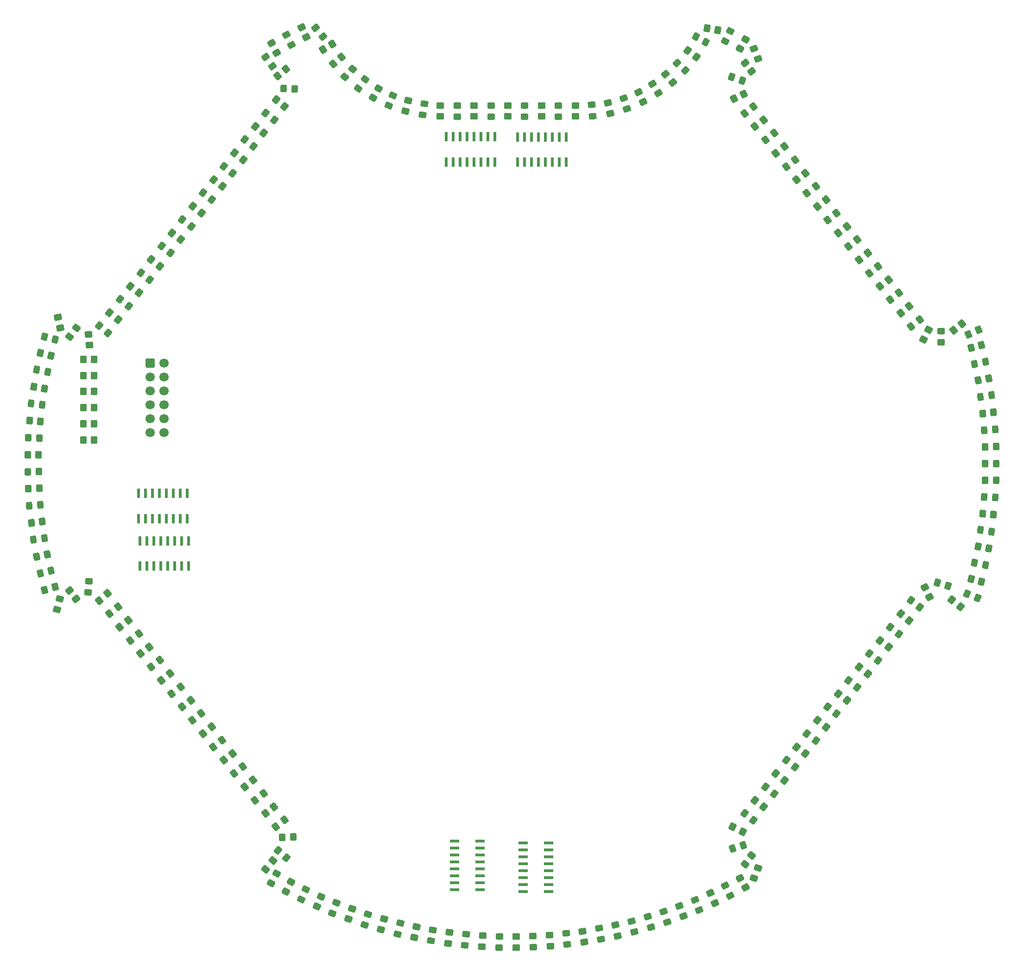
<source format=gbr>
%TF.GenerationSoftware,KiCad,Pcbnew,8.0.0-dirty*%
%TF.CreationDate,2024-04-13T23:16:22-04:00*%
%TF.ProjectId,RCJ_Open_LinePCB,52434a5f-4f70-4656-9e5f-4c696e655043,rev?*%
%TF.SameCoordinates,Original*%
%TF.FileFunction,Soldermask,Bot*%
%TF.FilePolarity,Negative*%
%FSLAX46Y46*%
G04 Gerber Fmt 4.6, Leading zero omitted, Abs format (unit mm)*
G04 Created by KiCad (PCBNEW 8.0.0-dirty) date 2024-04-13 23:16:22*
%MOMM*%
%LPD*%
G01*
G04 APERTURE LIST*
G04 Aperture macros list*
%AMRoundRect*
0 Rectangle with rounded corners*
0 $1 Rounding radius*
0 $2 $3 $4 $5 $6 $7 $8 $9 X,Y pos of 4 corners*
0 Add a 4 corners polygon primitive as box body*
4,1,4,$2,$3,$4,$5,$6,$7,$8,$9,$2,$3,0*
0 Add four circle primitives for the rounded corners*
1,1,$1+$1,$2,$3*
1,1,$1+$1,$4,$5*
1,1,$1+$1,$6,$7*
1,1,$1+$1,$8,$9*
0 Add four rect primitives between the rounded corners*
20,1,$1+$1,$2,$3,$4,$5,0*
20,1,$1+$1,$4,$5,$6,$7,0*
20,1,$1+$1,$6,$7,$8,$9,0*
20,1,$1+$1,$8,$9,$2,$3,0*%
G04 Aperture macros list end*
%ADD10RoundRect,0.250000X-0.600000X-0.600000X0.600000X-0.600000X0.600000X0.600000X-0.600000X0.600000X0*%
%ADD11C,1.700000*%
%ADD12RoundRect,0.250000X-0.001244X0.570086X-0.552851X0.139123X0.001244X-0.570086X0.552851X-0.139123X0*%
%ADD13RoundRect,0.250000X-0.416310X0.367166X-0.479436X-0.279761X0.416310X-0.367166X0.479436X0.279761X0*%
%ADD14RoundRect,0.250000X-0.363145X0.419822X-0.512706X-0.212738X0.363145X-0.419822X0.512706X0.212738X0*%
%ADD15RoundRect,0.250000X-0.533151X-0.154515X-0.020944X-0.554695X0.533151X0.154515X0.020944X0.554695X0*%
%ADD16RoundRect,0.250000X-0.126115X-0.540574X0.473511X-0.289677X0.126115X0.540574X-0.473511X0.289677X0*%
%ADD17RoundRect,0.250000X0.552851X0.139123X0.001244X0.570086X-0.552851X-0.139123X-0.001244X-0.570086X0*%
%ADD18RoundRect,0.250000X0.020944X-0.554695X0.533151X-0.154515X-0.020944X0.554695X-0.533151X0.154515X0*%
%ADD19RoundRect,0.250000X-0.122103X0.556858X-0.569780X0.018727X0.122103X-0.556858X0.569780X-0.018727X0*%
%ADD20RoundRect,0.250000X0.001244X-0.570086X0.552851X-0.139123X-0.001244X0.570086X-0.552851X0.139123X0*%
%ADD21R,0.508000X1.676400*%
%ADD22RoundRect,0.250000X-0.020944X0.554695X-0.533151X0.154515X0.020944X-0.554695X0.533151X-0.154515X0*%
%ADD23RoundRect,0.250000X0.416929X0.388806X-0.274214X0.499807X-0.416929X-0.388806X0.274214X-0.499807X0*%
%ADD24RoundRect,0.250000X-0.241467X0.516424X-0.559972X-0.106917X0.241467X-0.516424X0.559972X0.106917X0*%
%ADD25RoundRect,0.250000X-0.305434X0.481363X-0.541735X-0.177547X0.305434X-0.481363X0.541735X0.177547X0*%
%ADD26RoundRect,0.250000X-0.450000X0.325000X-0.450000X-0.325000X0.450000X-0.325000X0.450000X0.325000X0*%
%ADD27RoundRect,0.250000X-0.389376X0.395615X-0.497974X-0.245249X0.389376X-0.395615X0.497974X0.245249X0*%
%ADD28RoundRect,0.250000X-0.333902X-0.462071X0.365662X-0.437369X0.333902X0.462071X-0.365662X0.437369X0*%
%ADD29RoundRect,0.250000X-0.517565X0.200627X-0.353176X-0.428242X0.517565X-0.200627X0.353176X0.428242X0*%
%ADD30RoundRect,0.250000X-0.350000X-0.450000X0.350000X-0.450000X0.350000X0.450000X-0.350000X0.450000X0*%
%ADD31RoundRect,0.250000X-0.484185X0.271459X-0.409921X-0.374285X0.484185X-0.271459X0.409921X0.374285X0*%
%ADD32RoundRect,0.250000X-0.441375X0.360816X-0.458360X-0.338977X0.441375X-0.360816X0.458360X0.338977X0*%
%ADD33RoundRect,0.250000X0.057979X0.567132X-0.535410X0.195797X-0.057979X-0.567132X0.535410X-0.195797X0*%
%ADD34RoundRect,0.250000X-0.546229X-0.163199X0.023722X-0.569594X0.546229X0.163199X-0.023722X0.569594X0*%
%ADD35RoundRect,0.250000X-0.315805X-0.474623X0.382283X-0.422918X0.315805X0.474623X-0.382283X0.422918X0*%
%ADD36RoundRect,0.250000X0.431560X0.349115X-0.195728X0.519438X-0.431560X-0.349115X0.195728X-0.519438X0*%
%ADD37RoundRect,0.250000X-0.270722X0.501707X-0.552909X-0.138895X0.270722X-0.501707X0.552909X0.138895X0*%
%ADD38RoundRect,0.250000X0.249943X0.495635X-0.391919X0.393096X-0.249943X-0.495635X0.391919X-0.393096X0*%
%ADD39RoundRect,0.250000X0.549597X-0.077898X0.246742X0.497236X-0.549597X0.077898X-0.246742X-0.497236X0*%
%ADD40RoundRect,0.250000X0.256829X0.508958X-0.430079X0.374209X-0.256829X-0.508958X0.430079X-0.374209X0*%
%ADD41RoundRect,0.250000X0.554333X0.028973X0.146780X0.535332X-0.554333X-0.028973X-0.146780X-0.535332X0*%
%ADD42RoundRect,0.250000X-0.530427X0.163622X-0.322092X-0.452086X0.530427X-0.163622X0.322092X0.452086X0*%
%ADD43RoundRect,0.250000X0.292088X0.489576X-0.402614X0.403611X-0.292088X-0.489576X0.402614X-0.403611X0*%
%ADD44RoundRect,0.250000X0.533151X0.154515X0.020944X0.554695X-0.533151X-0.154515X-0.020944X-0.554695X0*%
%ADD45RoundRect,0.250000X0.405861X0.378684X-0.231877X0.504339X-0.405861X-0.378684X0.231877X-0.504339X0*%
%ADD46RoundRect,0.250000X-0.397277X0.387680X-0.492926X-0.255244X0.397277X-0.387680X0.492926X0.255244X0*%
%ADD47RoundRect,0.250000X-0.452999X0.346110X-0.446968X-0.353864X0.452999X-0.346110X0.446968X0.353864X0*%
%ADD48RoundRect,0.250000X-0.423567X-0.381564X0.265561X-0.504457X0.423567X0.381564X-0.265561X0.504457X0*%
%ADD49RoundRect,0.250000X-0.234661X0.519552X-0.561328X-0.099551X0.234661X-0.519552X0.561328X0.099551X0*%
%ADD50R,1.676400X0.508000*%
%ADD51RoundRect,0.250000X0.511113X0.252515X-0.118933X0.557544X-0.511113X-0.252515X0.118933X-0.557544X0*%
%ADD52RoundRect,0.250000X-0.513287X0.248066X-0.366781X-0.436431X0.513287X-0.248066X0.366781X0.436431X0*%
%ADD53RoundRect,0.250000X-0.349563X-0.431197X0.299428X-0.467406X0.349563X0.431197X-0.299428X0.467406X0*%
%ADD54RoundRect,0.250000X0.423583X-0.358752X0.473734X0.289311X-0.423583X0.358752X-0.473734X-0.289311X0*%
%ADD55RoundRect,0.250000X0.284278X0.476771X-0.363217X0.419760X-0.284278X-0.476771X0.363217X-0.419760X0*%
%ADD56RoundRect,0.250000X-0.554980X-0.011040X-0.164007X-0.530308X0.554980X0.011040X0.164007X0.530308X0*%
%ADD57RoundRect,0.250000X-0.365662X-0.437369X0.333902X-0.462071X0.365662X0.437369X-0.333902X0.462071X0*%
%ADD58RoundRect,0.250000X0.118933X0.557544X-0.511113X0.252515X-0.118933X-0.557544X0.511113X-0.252515X0*%
%ADD59RoundRect,0.250000X0.450449X0.324378X-0.166307X0.529591X-0.450449X-0.324378X0.166307X-0.529591X0*%
%ADD60RoundRect,0.250000X-0.531495X0.206187X-0.330672X-0.464388X0.531495X-0.206187X0.330672X0.464388X0*%
%ADD61RoundRect,0.250000X-0.481302X0.305529X-0.414603X-0.391286X0.481302X-0.305529X0.414603X0.391286X0*%
%ADD62RoundRect,0.250000X-0.515629X0.243161X-0.362603X-0.439908X0.515629X-0.243161X0.362603X0.439908X0*%
%ADD63RoundRect,0.250000X-0.538910X-0.133045X-0.043136X-0.553412X0.538910X0.133045X0.043136X0.553412X0*%
%ADD64RoundRect,0.250000X-0.082352X0.564108X-0.567022X0.059039X0.082352X-0.564108X0.567022X-0.059039X0*%
%ADD65RoundRect,0.250000X-0.476282X0.313297X-0.420896X-0.384508X0.476282X-0.313297X0.420896X0.384508X0*%
%ADD66RoundRect,0.250000X0.570086X0.001244X0.139123X0.552851X-0.570086X-0.001244X-0.139123X-0.552851X0*%
%ADD67RoundRect,0.250000X0.166307X0.529591X-0.450449X0.324378X-0.166307X-0.529591X0.450449X-0.324378X0*%
%ADD68RoundRect,0.250000X-0.263728X0.488439X-0.546587X-0.096789X0.263728X-0.488439X0.546587X0.096789X0*%
%ADD69RoundRect,0.250000X0.317198X0.455533X-0.332706X0.444333X-0.317198X-0.455533X0.332706X-0.444333X0*%
%ADD70RoundRect,0.250000X-0.538222X-0.135802X-0.040302X-0.553625X0.538222X0.135802X0.040302X0.553625X0*%
%ADD71RoundRect,0.250000X0.559972X-0.106917X0.241467X0.516424X-0.559972X0.106917X-0.241467X-0.516424X0*%
%ADD72RoundRect,0.250000X-0.552851X-0.139123X-0.001244X-0.570086X0.552851X0.139123X0.001244X0.570086X0*%
%ADD73RoundRect,0.250000X-0.154515X0.533151X-0.554695X0.020944X0.154515X-0.533151X0.554695X-0.020944X0*%
%ADD74RoundRect,0.250000X-0.139123X0.552851X-0.570086X0.001244X0.139123X-0.552851X0.570086X-0.001244X0*%
%ADD75RoundRect,0.250000X-0.554544X0.024622X-0.197723X-0.518682X0.554544X-0.024622X0.197723X0.518682X0*%
%ADD76RoundRect,0.250000X-0.558341X0.115130X-0.249025X-0.512822X0.558341X-0.115130X0.249025X0.512822X0*%
%ADD77RoundRect,0.250000X0.564425X-0.080151X0.216620X0.527329X-0.564425X0.080151X-0.216620X-0.527329X0*%
%ADD78RoundRect,0.250000X-0.473511X-0.289677X0.126115X-0.540574X0.473511X0.289677X-0.126115X0.540574X0*%
%ADD79RoundRect,0.250000X-0.427459X0.377199X-0.470813X-0.321457X0.427459X-0.377199X0.470813X0.321457X0*%
%ADD80RoundRect,0.250000X0.001244X-0.570086X0.552851X-0.139123X-0.001244X0.570086X-0.552851X0.139123X0*%
%ADD81RoundRect,0.250000X-0.229319X-0.521932X0.449424X-0.350739X0.229319X0.521932X-0.449424X0.350739X0*%
%ADD82RoundRect,0.250000X0.507141X-0.260399X0.377222X0.427439X-0.507141X0.260399X-0.377222X-0.427439X0*%
%ADD83RoundRect,0.250000X0.557366X-0.119761X0.253274X0.510737X-0.557366X0.119761X-0.253274X-0.510737X0*%
%ADD84RoundRect,0.250000X-0.300480X-0.484471X0.395599X-0.410489X0.300480X0.484471X-0.395599X0.410489X0*%
%ADD85RoundRect,0.250000X0.034427X-0.569047X0.560013X-0.106705X-0.034427X0.569047X-0.560013X0.106705X0*%
%ADD86RoundRect,0.250000X-0.370129X0.433595X-0.511362X-0.252009X0.370129X-0.433595X0.511362X0.252009X0*%
%ADD87RoundRect,0.250000X-0.441170X0.336889X-0.458510X-0.312880X0.441170X-0.336889X0.458510X0.312880X0*%
%ADD88RoundRect,0.250000X0.348538X0.432026X-0.300537X0.466693X-0.348538X-0.432026X0.300537X-0.466693X0*%
%ADD89RoundRect,0.250000X-0.531719X0.159374X-0.318465X-0.454648X0.531719X-0.159374X0.318465X0.454648X0*%
%ADD90RoundRect,0.250000X-0.355930X-0.425956X0.292451X-0.471802X0.355930X0.425956X-0.292451X0.471802X0*%
%ADD91RoundRect,0.250000X-0.292451X-0.471802X0.355930X-0.425956X0.292451X0.471802X-0.355930X0.425956X0*%
%ADD92RoundRect,0.250000X-0.497194X0.278924X-0.392727X-0.413237X0.497194X-0.278924X0.392727X0.413237X0*%
%ADD93RoundRect,0.250000X-0.329834X0.446469X-0.527529X-0.172737X0.329834X-0.446469X0.527529X0.172737X0*%
%ADD94RoundRect,0.250000X-0.217691X0.526888X-0.564261X-0.081298X0.217691X-0.526888X0.564261X0.081298X0*%
%ADD95RoundRect,0.250000X-0.476660X0.284464X-0.419902X-0.363053X0.476660X-0.284464X0.419902X0.363053X0*%
%ADD96RoundRect,0.250000X-0.228621X0.505824X-0.552052X-0.057996X0.228621X-0.505824X0.552052X0.057996X0*%
%ADD97RoundRect,0.250000X-0.548173X0.087356X-0.255273X-0.492910X0.548173X-0.087356X0.255273X0.492910X0*%
%ADD98RoundRect,0.250000X-0.338625X0.458621X-0.527863X-0.215314X0.338625X-0.458621X0.527863X0.215314X0*%
%ADD99RoundRect,0.250000X-0.502126X0.236632X-0.382501X-0.402266X0.502126X-0.236632X0.382501X0.402266X0*%
%ADD100RoundRect,0.250000X0.378141X0.406367X-0.266872X0.486728X-0.378141X-0.406367X0.266872X-0.486728X0*%
%ADD101RoundRect,0.250000X0.255273X-0.492910X0.548173X0.087356X-0.255273X0.492910X-0.548173X-0.087356X0*%
%ADD102RoundRect,0.250000X-0.463833X0.304933X-0.435300X-0.344440X0.463833X-0.304933X0.435300X0.344440X0*%
%ADD103RoundRect,0.250000X-0.449424X-0.350739X0.229319X-0.521932X0.449424X0.350739X-0.229319X0.521932X0*%
%ADD104RoundRect,0.250000X0.358071X0.443605X-0.341815X0.456249X-0.358071X-0.443605X0.341815X-0.456249X0*%
%ADD105RoundRect,0.250000X0.220292X0.525806X-0.455401X0.342943X-0.220292X-0.525806X0.455401X-0.342943X0*%
%ADD106RoundRect,0.250000X-0.450000X0.350000X-0.450000X-0.350000X0.450000X-0.350000X0.450000X0.350000X0*%
%ADD107RoundRect,0.250000X-0.543751X-0.111623X-0.064994X-0.551272X0.543751X0.111623X0.064994X0.551272X0*%
%ADD108RoundRect,0.250000X0.552851X0.139124X0.001244X0.570086X-0.552851X-0.139124X-0.001244X-0.570086X0*%
%ADD109RoundRect,0.250000X0.031514X-0.569216X0.559459X-0.109570X-0.031514X0.569216X-0.559459X0.109570X0*%
%ADD110RoundRect,0.250000X-0.223153X-0.508260X0.412326X-0.371634X0.223153X0.508260X-0.412326X0.371634X0*%
%ADD111RoundRect,0.250000X0.214362X0.512029X-0.418669X0.364474X-0.214362X-0.512029X0.418669X-0.364474X0*%
%ADD112RoundRect,0.250000X-0.499996X-0.241101X0.071675X-0.550443X0.499996X0.241101X-0.071675X0.550443X0*%
%ADD113RoundRect,0.250000X0.443314X0.358431X-0.238278X0.517903X-0.443314X-0.358431X0.238278X-0.517903X0*%
%ADD114RoundRect,0.250000X0.443370X0.333988X-0.177656X0.525893X-0.443370X-0.333988X0.177656X-0.525893X0*%
%ADD115RoundRect,0.250000X0.388468X0.417244X-0.308783X0.479221X-0.388468X-0.417244X0.308783X-0.479221X0*%
%ADD116RoundRect,0.250000X-0.031679X0.554185X-0.536043X0.144165X0.031679X-0.554185X0.536043X-0.144165X0*%
%ADD117RoundRect,0.250000X-0.265561X-0.504457X0.423567X-0.381564X0.265561X0.504457X-0.423567X0.381564X0*%
%ADD118RoundRect,0.250000X-0.399790X0.406409X-0.492314X-0.287449X0.399790X-0.406409X0.492314X0.287449X0*%
%ADD119RoundRect,0.250000X-0.562960X0.089864X-0.225674X-0.523518X0.562960X-0.089864X0.225674X0.523518X0*%
%ADD120RoundRect,0.250000X-0.166129X0.529647X-0.555020X0.008817X0.166129X-0.529647X0.555020X-0.008817X0*%
%ADD121RoundRect,0.250000X-0.544714X0.168186X-0.297094X-0.486554X0.544714X-0.168186X0.297094X0.486554X0*%
%ADD122RoundRect,0.250000X0.325891X0.467755X-0.373144X0.431003X-0.325891X-0.467755X0.373144X-0.431003X0*%
%ADD123RoundRect,0.250000X-0.569549X-0.024786X-0.116173X-0.558125X0.569549X0.024786X0.116173X0.558125X0*%
%ADD124RoundRect,0.250000X-0.258446X-0.491254X0.385087X-0.399791X0.258446X0.491254X-0.385087X0.399791X0*%
%ADD125RoundRect,0.250000X-0.540647X0.125802X-0.289403X-0.473678X0.540647X-0.125802X0.289403X0.473678X0*%
%ADD126RoundRect,0.250000X-0.339834X0.457726X-0.527294X-0.216706X0.339834X-0.457726X0.527294X0.216706X0*%
%ADD127RoundRect,0.250000X-0.555220X0.129347X-0.262037X-0.506297X0.555220X-0.129347X0.262037X0.506297X0*%
%ADD128RoundRect,0.250000X-0.385087X-0.399791X0.258446X-0.491254X0.385087X0.399791X-0.258446X0.491254X0*%
%ADD129RoundRect,0.250000X-0.360503X0.422093X-0.514032X-0.209515X0.360503X-0.422093X0.514032X0.209515X0*%
%ADD130RoundRect,0.250000X-0.395599X-0.410489X0.300480X-0.484471X0.395599X0.410489X-0.300480X0.484471X0*%
%ADD131RoundRect,0.250000X0.225674X-0.523518X0.562960X0.089864X-0.225674X0.523518X-0.562960X-0.089864X0*%
%ADD132RoundRect,0.250000X0.417469X0.388226X-0.273519X0.500187X-0.417469X-0.388226X0.273519X-0.500187X0*%
%ADD133RoundRect,0.250000X0.535613X-0.145754X0.306760X0.462626X-0.535613X0.145754X-0.306760X-0.462626X0*%
%ADD134RoundRect,0.250000X-0.412326X-0.371634X0.223153X-0.508260X0.412326X0.371634X-0.223153X0.508260X0*%
%ADD135RoundRect,0.250000X0.306760X-0.462626X0.535613X0.145754X-0.306760X0.462626X-0.535613X-0.145754X0*%
%ADD136RoundRect,0.250000X-0.297522X0.468621X-0.538399X-0.135099X0.297522X-0.468621X0.538399X0.135099X0*%
%ADD137RoundRect,0.250000X-0.325000X-0.450000X0.325000X-0.450000X0.325000X0.450000X-0.325000X0.450000X0*%
%ADD138RoundRect,0.250000X-0.290509X0.473001X-0.540351X-0.127065X0.290509X-0.473001X0.540351X0.127065X0*%
G04 APERTURE END LIST*
D10*
%TO.C,J1*%
X36565000Y-76360000D03*
D11*
X39105000Y-76360000D03*
X36565000Y-78900000D03*
X39105000Y-78900000D03*
X36565000Y-81440000D03*
X39105000Y-81440000D03*
X36565000Y-83980000D03*
X39105000Y-83980000D03*
X36565000Y-86520000D03*
X39105000Y-86520000D03*
X36565000Y-89060000D03*
X39105000Y-89060000D03*
%TD*%
D12*
%TO.C,R66*%
X175277236Y-65956997D03*
X173701214Y-67188319D03*
%TD*%
%TO.C,R67*%
X167671743Y-56222411D03*
X166095721Y-57453733D03*
%TD*%
D13*
%TO.C,D51*%
X94277289Y-180746232D03*
X94078199Y-182786542D03*
%TD*%
D14*
%TO.C,D26*%
X20032330Y-119406018D03*
X19560638Y-121401014D03*
%TD*%
D15*
%TO.C,D66*%
X53843566Y-35492344D03*
X55458988Y-36754450D03*
%TD*%
D16*
%TO.C,D36*%
X186040000Y-71080000D03*
X187931126Y-70288710D03*
%TD*%
D17*
%TO.C,R43*%
X171474490Y-128270296D03*
X169898468Y-127038974D03*
%TD*%
%TO.C,R63*%
X167671743Y-133137589D03*
X166095721Y-131906267D03*
%TD*%
D12*
%TO.C,R58*%
X156263505Y-41620531D03*
X154687483Y-42851853D03*
%TD*%
D18*
%TO.C,D1*%
X32883650Y-127040186D03*
X34499072Y-125778080D03*
%TD*%
D19*
%TO.C,R15*%
X58960245Y-167313314D03*
X57681167Y-168850832D03*
%TD*%
D20*
%TO.C,R13*%
X50015707Y-148927613D03*
X51591729Y-147696291D03*
%TD*%
D21*
%TO.C,U4*%
X103690000Y-34997200D03*
X104960000Y-34997200D03*
X106230000Y-34997200D03*
X107500000Y-34997200D03*
X108770000Y-34997200D03*
X110040000Y-34997200D03*
X111310000Y-34997200D03*
X112580000Y-34997200D03*
X112580000Y-39620000D03*
X111310000Y-39620000D03*
X110040000Y-39620000D03*
X108770000Y-39620000D03*
X107500000Y-39620000D03*
X106230000Y-39620000D03*
X104960000Y-39620000D03*
X103690000Y-39620000D03*
%TD*%
D22*
%TO.C,D41*%
X169592816Y-58640666D03*
X167977394Y-59902772D03*
%TD*%
D23*
%TO.C,R6*%
X17269925Y-80963458D03*
X15295231Y-80646312D03*
%TD*%
D22*
%TO.C,D43*%
X146776339Y-29436906D03*
X145160917Y-30699012D03*
%TD*%
D24*
%TO.C,R56*%
X178780000Y-70270000D03*
X177869984Y-72050974D03*
%TD*%
D25*
%TO.C,R23*%
X73475390Y-176102390D03*
X72800244Y-177984988D03*
%TD*%
D26*
%TO.C,D77*%
X181070000Y-70475000D03*
X181070000Y-72525000D03*
%TD*%
D27*
%TO.C,D15*%
X88227776Y-179939544D03*
X87885274Y-181960730D03*
%TD*%
D28*
%TO.C,R47*%
X189121593Y-91627587D03*
X191120347Y-91557011D03*
%TD*%
D29*
%TO.C,D17*%
X124545553Y-178343761D03*
X125064011Y-180327117D03*
%TD*%
D30*
%TO.C,R97*%
X24350000Y-75650000D03*
X26350000Y-75650000D03*
%TD*%
D31*
%TO.C,D12*%
X112555394Y-180588746D03*
X112789610Y-182625322D03*
%TD*%
D30*
%TO.C,R98*%
X24350000Y-78600000D03*
X26350000Y-78600000D03*
%TD*%
D32*
%TO.C,R76*%
X89592536Y-29250948D03*
X89544004Y-31250360D03*
%TD*%
D33*
%TO.C,R78*%
X69811258Y-17978737D03*
X68115862Y-19039695D03*
%TD*%
D34*
%TO.C,R72*%
X134735302Y-19181928D03*
X136363732Y-20343056D03*
%TD*%
D35*
%TO.C,R21*%
X60702732Y-163073865D03*
X62697268Y-162926135D03*
%TD*%
D36*
%TO.C,D22*%
X19222059Y-72020468D03*
X17243689Y-71483294D03*
%TD*%
D15*
%TO.C,D82*%
X38632582Y-54961517D03*
X40248004Y-56223623D03*
%TD*%
D37*
%TO.C,R16*%
X67805224Y-173840067D03*
X66998976Y-175670357D03*
%TD*%
D38*
%TO.C,D25*%
X17283231Y-108321548D03*
X15258899Y-108644938D03*
%TD*%
D20*
%TO.C,R19*%
X46212961Y-144060320D03*
X47788983Y-142828998D03*
%TD*%
D39*
%TO.C,D67*%
X62384048Y-18165117D03*
X61428888Y-16351235D03*
%TD*%
D40*
%TO.C,R90*%
X17793265Y-111331187D03*
X15830671Y-111716185D03*
%TD*%
D41*
%TO.C,D95*%
X68097569Y-16615982D03*
X66812207Y-15019002D03*
%TD*%
D18*
%TO.C,D30*%
X51897381Y-151376652D03*
X53512803Y-150114546D03*
%TD*%
D42*
%TO.C,D54*%
X130392062Y-176592855D03*
X131049122Y-178534703D03*
%TD*%
D43*
%TO.C,R8*%
X16830221Y-105302800D03*
X14845359Y-105548414D03*
%TD*%
D15*
%TO.C,D83*%
X46238074Y-45226930D03*
X47853496Y-46489036D03*
%TD*%
D21*
%TO.C,U1*%
X34715000Y-108838600D03*
X35985000Y-108838600D03*
X37255000Y-108838600D03*
X38525000Y-108838600D03*
X39795000Y-108838600D03*
X41065000Y-108838600D03*
X42335000Y-108838600D03*
X43605000Y-108838600D03*
X43605000Y-113461400D03*
X42335000Y-113461400D03*
X41065000Y-113461400D03*
X39795000Y-113461400D03*
X38525000Y-113461400D03*
X37255000Y-113461400D03*
X35985000Y-113461400D03*
X34715000Y-113461400D03*
%TD*%
D44*
%TO.C,D58*%
X158184578Y-145321214D03*
X156569156Y-144059108D03*
%TD*%
D45*
%TO.C,D78*%
X17831675Y-77963041D03*
X15820345Y-77566745D03*
%TD*%
D46*
%TO.C,D93*%
X86644119Y-28971777D03*
X86342457Y-30999461D03*
%TD*%
D12*
%TO.C,R69*%
X152460759Y-36753238D03*
X150884737Y-37984560D03*
%TD*%
D47*
%TO.C,R35*%
X103420729Y-181176789D03*
X103437961Y-183176715D03*
%TD*%
D22*
%TO.C,D86*%
X150579085Y-34304200D03*
X148963663Y-35566306D03*
%TD*%
D48*
%TO.C,R61*%
X187831980Y-109866119D03*
X189800916Y-110217243D03*
%TD*%
D20*
%TO.C,R14*%
X57621200Y-158662199D03*
X59197222Y-157430877D03*
%TD*%
D49*
%TO.C,R22*%
X62308745Y-171183450D03*
X61375411Y-172952316D03*
%TD*%
D50*
%TO.C,U3*%
X104710000Y-172920000D03*
X104710000Y-171650000D03*
X104710000Y-170380000D03*
X104710000Y-169110000D03*
X104710000Y-167840000D03*
X104710000Y-166570000D03*
X104710000Y-165300000D03*
X104710000Y-164030000D03*
X109332800Y-164030000D03*
X109332800Y-165300000D03*
X109332800Y-166570000D03*
X109332800Y-167840000D03*
X109332800Y-169110000D03*
X109332800Y-170380000D03*
X109332800Y-171650000D03*
X109332800Y-172920000D03*
%TD*%
D51*
%TO.C,R25*%
X144820065Y-161995755D03*
X143019935Y-161124245D03*
%TD*%
D20*
%TO.C,R20*%
X53818454Y-153794906D03*
X55394476Y-152563584D03*
%TD*%
D52*
%TO.C,R87*%
X120203326Y-28725980D03*
X120621914Y-30681686D03*
%TD*%
D53*
%TO.C,D65*%
X60909363Y-26145672D03*
X62956179Y-26259870D03*
%TD*%
D54*
%TO.C,D8*%
X25220000Y-118240000D03*
X25378170Y-116196112D03*
%TD*%
D55*
%TO.C,D70*%
X16533733Y-102264684D03*
X14491633Y-102444488D03*
%TD*%
D56*
%TO.C,D96*%
X57658995Y-20402017D03*
X58892065Y-22039711D03*
%TD*%
D57*
%TO.C,R55*%
X189121593Y-97732413D03*
X191120347Y-97802989D03*
%TD*%
D58*
%TO.C,R70*%
X145042040Y-27148263D03*
X143241910Y-28019773D03*
%TD*%
D59*
%TO.C,D87*%
X144782576Y-24663606D03*
X142837424Y-24016394D03*
%TD*%
D60*
%TO.C,R37*%
X127491432Y-177543851D03*
X128065212Y-179459779D03*
%TD*%
D61*
%TO.C,R94*%
X25314714Y-71074550D03*
X25505286Y-73065450D03*
%TD*%
D62*
%TO.C,R32*%
X121585070Y-179087801D03*
X122022286Y-181039427D03*
%TD*%
D63*
%TO.C,D21*%
X27247755Y-69529556D03*
X28811351Y-70855326D03*
%TD*%
D64*
%TO.C,R85*%
X73542322Y-22568293D03*
X72157550Y-24011347D03*
%TD*%
D15*
%TO.C,D79*%
X31027089Y-64696103D03*
X32642511Y-65958209D03*
%TD*%
D12*
%TO.C,R59*%
X148658012Y-31885945D03*
X147081990Y-33117267D03*
%TD*%
D65*
%TO.C,R28*%
X109519670Y-180908805D03*
X109677918Y-182902535D03*
%TD*%
D66*
%TO.C,R24*%
X23031983Y-119468271D03*
X21800661Y-117892249D03*
%TD*%
D67*
%TO.C,D56*%
X144919394Y-164458250D03*
X142974242Y-165105462D03*
%TD*%
D68*
%TO.C,D6*%
X65044420Y-172537754D03*
X64152328Y-174383472D03*
%TD*%
D69*
%TO.C,D24*%
X16213304Y-96170040D03*
X14163608Y-96205364D03*
%TD*%
D18*
%TO.C,D31*%
X59502873Y-161111238D03*
X61118295Y-159849132D03*
%TD*%
D70*
%TO.C,D5*%
X59887638Y-165431343D03*
X61458000Y-166749091D03*
%TD*%
D44*
%TO.C,D9*%
X146776339Y-159923094D03*
X145160917Y-158660988D03*
%TD*%
D17*
%TO.C,R60*%
X175277236Y-123403003D03*
X173701214Y-122171681D03*
%TD*%
D15*
%TO.C,D18*%
X50040820Y-40359637D03*
X51656242Y-41621743D03*
%TD*%
D71*
%TO.C,R44*%
X179007271Y-119082970D03*
X178097255Y-117301996D03*
%TD*%
D17*
%TO.C,R42*%
X163868997Y-138004882D03*
X162292975Y-136773560D03*
%TD*%
D72*
%TO.C,R82*%
X55764640Y-33074089D03*
X57340662Y-34305411D03*
%TD*%
D26*
%TO.C,D68*%
X92656552Y-29233022D03*
X92656552Y-31283022D03*
%TD*%
D73*
%TO.C,D81*%
X23104733Y-69916842D03*
X21842627Y-71532264D03*
%TD*%
D74*
%TO.C,R39*%
X146480657Y-166340404D03*
X145249335Y-167916426D03*
%TD*%
D18*
%TO.C,D2*%
X40489142Y-136774772D03*
X42104564Y-135512666D03*
%TD*%
D20*
%TO.C,R11*%
X34804723Y-129458440D03*
X36380745Y-128227118D03*
%TD*%
D75*
%TO.C,D35*%
X128349271Y-25293796D03*
X129474631Y-27007292D03*
%TD*%
D76*
%TO.C,R73*%
X125790736Y-26785435D03*
X126674496Y-28579583D03*
%TD*%
D17*
%TO.C,R40*%
X148658012Y-157474055D03*
X147081990Y-156242733D03*
%TD*%
D44*
%TO.C,D59*%
X165790070Y-135586628D03*
X164174648Y-134324522D03*
%TD*%
%TO.C,D44*%
X177198309Y-120984748D03*
X175582887Y-119722642D03*
%TD*%
D77*
%TO.C,R79*%
X59696663Y-19612880D03*
X58702933Y-17877224D03*
%TD*%
D44*
%TO.C,D47*%
X169592816Y-130719334D03*
X167977394Y-129457228D03*
%TD*%
D78*
%TO.C,D48*%
X185848480Y-118488398D03*
X187739606Y-119279688D03*
%TD*%
D79*
%TO.C,R31*%
X97318076Y-181013935D03*
X97194206Y-183010095D03*
%TD*%
D15*
%TO.C,D19*%
X42435328Y-50094224D03*
X44050750Y-51356330D03*
%TD*%
D80*
%TO.C,R65*%
X183334743Y-70367121D03*
X184910765Y-69135799D03*
%TD*%
D81*
%TO.C,R52*%
X186548790Y-73525437D03*
X188488058Y-73036315D03*
%TD*%
D44*
%TO.C,D60*%
X173395563Y-125852041D03*
X171780141Y-124589935D03*
%TD*%
D82*
%TO.C,R5*%
X20095600Y-69932625D03*
X19724400Y-67967375D03*
%TD*%
D83*
%TO.C,R83*%
X65098340Y-16768451D03*
X64229504Y-14967027D03*
%TD*%
D84*
%TO.C,R50*%
X188691007Y-85537966D03*
X190679805Y-85326590D03*
%TD*%
D85*
%TO.C,R10*%
X27231141Y-119772962D03*
X28732813Y-118451984D03*
%TD*%
D86*
%TO.C,R30*%
X85223091Y-179401098D03*
X84819567Y-181359968D03*
%TD*%
D87*
%TO.C,D16*%
X100368633Y-181124226D03*
X100313947Y-183173496D03*
%TD*%
D88*
%TO.C,D76*%
X16323541Y-90067975D03*
X14276459Y-89958641D03*
%TD*%
D89*
%TO.C,D90*%
X123048780Y-27904711D03*
X123721350Y-29841241D03*
%TD*%
D90*
%TO.C,D63*%
X188935101Y-100779260D03*
X190979995Y-100923850D03*
%TD*%
D91*
%TO.C,D64*%
X188935101Y-88580740D03*
X190979995Y-88436150D03*
%TD*%
D26*
%TO.C,D72*%
X105009919Y-29233022D03*
X105009919Y-31283022D03*
%TD*%
D92*
%TO.C,R36*%
X115584519Y-180211318D03*
X115882995Y-182188920D03*
%TD*%
D93*
%TO.C,D7*%
X76374414Y-177058276D03*
X75750914Y-179011158D03*
%TD*%
D12*
%TO.C,R68*%
X160066251Y-46487825D03*
X158490229Y-47719147D03*
%TD*%
D94*
%TO.C,R77*%
X78281714Y-26107081D03*
X77291514Y-27844753D03*
%TD*%
D95*
%TO.C,D71*%
X117270996Y-29141355D03*
X117450004Y-31183525D03*
%TD*%
D96*
%TO.C,D32*%
X59646671Y-169689656D03*
X58626619Y-171467856D03*
%TD*%
D97*
%TO.C,D55*%
X141642484Y-171877780D03*
X142566246Y-173707852D03*
%TD*%
D72*
%TO.C,R95*%
X40553655Y-52543262D03*
X42129677Y-53774584D03*
%TD*%
D98*
%TO.C,R33*%
X79291002Y-177959150D03*
X78750320Y-179884680D03*
%TD*%
D30*
%TO.C,R99*%
X24350000Y-81550000D03*
X26350000Y-81550000D03*
%TD*%
D22*
%TO.C,D84*%
X165790070Y-53773372D03*
X164174648Y-55035478D03*
%TD*%
D30*
%TO.C,R101*%
X24350000Y-87450000D03*
X26350000Y-87450000D03*
%TD*%
D22*
%TO.C,D37*%
X161987324Y-48906079D03*
X160371902Y-50168185D03*
%TD*%
D99*
%TO.C,D53*%
X118590109Y-179677940D03*
X118967385Y-181692924D03*
%TD*%
D100*
%TO.C,D23*%
X16863895Y-83988882D03*
X14829623Y-83735436D03*
%TD*%
D15*
%TO.C,D14*%
X57646313Y-30625051D03*
X59261735Y-31887157D03*
%TD*%
D44*
%TO.C,D10*%
X154381832Y-150188507D03*
X152766410Y-148926401D03*
%TD*%
D72*
%TO.C,R1*%
X51961893Y-37941383D03*
X53537915Y-39172705D03*
%TD*%
D22*
%TO.C,D80*%
X173395563Y-63507959D03*
X171780141Y-64770065D03*
%TD*%
D72*
%TO.C,R4*%
X29145416Y-67145142D03*
X30721438Y-68376464D03*
%TD*%
D101*
%TO.C,D88*%
X141642484Y-17482220D03*
X142566246Y-15652148D03*
%TD*%
D102*
%TO.C,D52*%
X106471468Y-181071643D03*
X106561456Y-183119667D03*
%TD*%
D103*
%TO.C,R45*%
X186548790Y-115834563D03*
X188488058Y-116323685D03*
%TD*%
D72*
%TO.C,R96*%
X48159147Y-42808676D03*
X49735169Y-44039998D03*
%TD*%
D104*
%TO.C,R7*%
X16189578Y-93117584D03*
X14189904Y-93081458D03*
%TD*%
D17*
%TO.C,R62*%
X160066251Y-142872175D03*
X158490229Y-141640853D03*
%TD*%
%TO.C,R41*%
X156263505Y-147739469D03*
X154687483Y-146508147D03*
%TD*%
D105*
%TO.C,R9*%
X19179106Y-117276633D03*
X17248554Y-117799099D03*
%TD*%
D106*
%TO.C,R74*%
X114274945Y-29258022D03*
X114274945Y-31258022D03*
%TD*%
D107*
%TO.C,D89*%
X132851144Y-21466889D03*
X134361072Y-22853475D03*
%TD*%
D21*
%TO.C,U6*%
X34400000Y-100170000D03*
X35670000Y-100170000D03*
X36940000Y-100170000D03*
X38210000Y-100170000D03*
X39480000Y-100170000D03*
X40750000Y-100170000D03*
X42020000Y-100170000D03*
X43290000Y-100170000D03*
X43290000Y-104792800D03*
X42020000Y-104792800D03*
X40750000Y-104792800D03*
X39480000Y-104792800D03*
X38210000Y-104792800D03*
X36940000Y-104792800D03*
X35670000Y-104792800D03*
X34400000Y-104792800D03*
%TD*%
D108*
%TO.C,R64*%
X184646022Y-120881322D03*
X183070000Y-119650000D03*
%TD*%
D109*
%TO.C,R81*%
X59871319Y-23871089D03*
X61379733Y-22557817D03*
%TD*%
D22*
%TO.C,D40*%
X177198309Y-68375252D03*
X175582887Y-69637358D03*
%TD*%
D110*
%TO.C,D75*%
X187218614Y-76503590D03*
X189222816Y-76072696D03*
%TD*%
D111*
%TO.C,D74*%
X18458065Y-114310463D03*
X16461585Y-114775831D03*
%TD*%
D112*
%TO.C,D33*%
X136281490Y-16655983D03*
X138084450Y-17631603D03*
%TD*%
D72*
%TO.C,R2*%
X44356401Y-47675969D03*
X45932423Y-48907291D03*
%TD*%
D17*
%TO.C,R26*%
X152460759Y-152606762D03*
X150884737Y-151375440D03*
%TD*%
D20*
%TO.C,R12*%
X42410215Y-139193027D03*
X43986237Y-137961705D03*
%TD*%
D18*
%TO.C,D3*%
X48094634Y-146509358D03*
X49710056Y-145247252D03*
%TD*%
D21*
%TO.C,U5*%
X90660000Y-34970000D03*
X91930000Y-34970000D03*
X93200000Y-34970000D03*
X94470000Y-34970000D03*
X95740000Y-34970000D03*
X97010000Y-34970000D03*
X98280000Y-34970000D03*
X99550000Y-34970000D03*
X99550000Y-39592800D03*
X98280000Y-39592800D03*
X97010000Y-39592800D03*
X95740000Y-39592800D03*
X94470000Y-39592800D03*
X93200000Y-39592800D03*
X91930000Y-39592800D03*
X90660000Y-39592800D03*
%TD*%
D113*
%TO.C,R92*%
X18450082Y-74973789D03*
X16502674Y-74518155D03*
%TD*%
D114*
%TO.C,D61*%
X182395556Y-117078866D03*
X180436938Y-116473628D03*
%TD*%
D115*
%TO.C,R91*%
X16515170Y-87021447D03*
X14523024Y-86844371D03*
%TD*%
D18*
%TO.C,D4*%
X55700127Y-156243945D03*
X57315549Y-154981839D03*
%TD*%
D116*
%TO.C,D69*%
X71554397Y-20373014D03*
X69963711Y-21666156D03*
%TD*%
D117*
%TO.C,R48*%
X187831980Y-79493881D03*
X189800916Y-79142757D03*
%TD*%
D118*
%TO.C,R34*%
X91242109Y-180421054D03*
X90977753Y-182403506D03*
%TD*%
D20*
%TO.C,R17*%
X31001976Y-124591147D03*
X32577998Y-123359825D03*
%TD*%
D18*
%TO.C,D29*%
X44291888Y-141642065D03*
X45907310Y-140379959D03*
%TD*%
D44*
%TO.C,D57*%
X150579085Y-155055800D03*
X148963663Y-153793694D03*
%TD*%
D18*
%TO.C,D27*%
X29080903Y-122172892D03*
X30696325Y-120910786D03*
%TD*%
D106*
%TO.C,R84*%
X95744894Y-29258022D03*
X95744894Y-31258022D03*
%TD*%
D50*
%TO.C,U2*%
X92183700Y-172625000D03*
X92183700Y-171355000D03*
X92183700Y-170085000D03*
X92183700Y-168815000D03*
X92183700Y-167545000D03*
X92183700Y-166275000D03*
X92183700Y-165005000D03*
X92183700Y-163735000D03*
X96806500Y-163735000D03*
X96806500Y-165005000D03*
X96806500Y-166275000D03*
X96806500Y-167545000D03*
X96806500Y-168815000D03*
X96806500Y-170085000D03*
X96806500Y-171355000D03*
X96806500Y-172625000D03*
%TD*%
D18*
%TO.C,D28*%
X36686396Y-131907479D03*
X38301818Y-130645373D03*
%TD*%
D66*
%TO.C,R54*%
X146480657Y-23019596D03*
X145249335Y-21443574D03*
%TD*%
D30*
%TO.C,R100*%
X24350000Y-84500000D03*
X26350000Y-84500000D03*
%TD*%
D119*
%TO.C,R27*%
X144354415Y-170476537D03*
X145318091Y-172229059D03*
%TD*%
D26*
%TO.C,D91*%
X111186603Y-29233022D03*
X111186603Y-31283022D03*
%TD*%
D120*
%TO.C,D94*%
X75817646Y-24464075D03*
X74591144Y-26106693D03*
%TD*%
D121*
%TO.C,R29*%
X133274187Y-175587159D03*
X133981671Y-177457845D03*
%TD*%
D122*
%TO.C,R86*%
X16294770Y-99221503D03*
X14297528Y-99326509D03*
%TD*%
D123*
%TO.C,R51*%
X130734630Y-23538473D03*
X132029988Y-25062299D03*
%TD*%
D124*
%TO.C,D34*%
X188290079Y-82511861D03*
X190319683Y-82223399D03*
%TD*%
D30*
%TO.C,R102*%
X24350000Y-90400000D03*
X26350000Y-90400000D03*
%TD*%
D125*
%TO.C,D13*%
X136100518Y-174433944D03*
X136892902Y-176324612D03*
%TD*%
D126*
%TO.C,R89*%
X83742125Y-28380573D03*
X83206525Y-30307523D03*
%TD*%
D72*
%TO.C,R93*%
X32948162Y-62277849D03*
X34524184Y-63509171D03*
%TD*%
D127*
%TO.C,R38*%
X138904529Y-173227470D03*
X139742195Y-175043596D03*
%TD*%
D44*
%TO.C,D46*%
X161987324Y-140453921D03*
X160371902Y-139191815D03*
%TD*%
D20*
%TO.C,R18*%
X38607469Y-134325733D03*
X40183491Y-133094411D03*
%TD*%
D22*
%TO.C,D42*%
X154381832Y-39171493D03*
X152766410Y-40433599D03*
%TD*%
D128*
%TO.C,D45*%
X188290079Y-106848139D03*
X190319683Y-107136601D03*
%TD*%
D129*
%TO.C,D50*%
X82250226Y-178708181D03*
X81766020Y-180700177D03*
%TD*%
D26*
%TO.C,D92*%
X98833236Y-29233022D03*
X98833236Y-31283022D03*
%TD*%
D130*
%TO.C,R46*%
X188691007Y-103822034D03*
X190679805Y-104033410D03*
%TD*%
D131*
%TO.C,R71*%
X144354415Y-18883463D03*
X145318091Y-17130941D03*
%TD*%
D106*
%TO.C,R75*%
X101921578Y-29258022D03*
X101921578Y-31258022D03*
%TD*%
D12*
%TO.C,R53*%
X163868997Y-51355118D03*
X162292975Y-52586440D03*
%TD*%
D132*
%TO.C,R49*%
X140291593Y-15437278D03*
X138317341Y-15117388D03*
%TD*%
D133*
%TO.C,D38*%
X147641943Y-20749845D03*
X146920179Y-18831107D03*
%TD*%
D12*
%TO.C,R57*%
X171474490Y-61089704D03*
X169898468Y-62321026D03*
%TD*%
D134*
%TO.C,D62*%
X187218614Y-112856410D03*
X189222816Y-113287304D03*
%TD*%
D22*
%TO.C,D85*%
X158184578Y-44038786D03*
X156569156Y-45300892D03*
%TD*%
D135*
%TO.C,D11*%
X146920179Y-170528893D03*
X147641943Y-168610155D03*
%TD*%
D136*
%TO.C,D49*%
X70629607Y-174998046D03*
X69869919Y-176902088D03*
%TD*%
D72*
%TO.C,R80*%
X59567386Y-28206796D03*
X61143408Y-29438118D03*
%TD*%
D15*
%TO.C,D20*%
X34829835Y-59828810D03*
X36445257Y-61090916D03*
%TD*%
D106*
%TO.C,R88*%
X108098261Y-29258022D03*
X108098261Y-31258022D03*
%TD*%
D72*
%TO.C,R3*%
X36750909Y-57410555D03*
X38326931Y-58641877D03*
%TD*%
D137*
%TO.C,D39*%
X189150466Y-94680000D03*
X191200466Y-94680000D03*
%TD*%
D138*
%TO.C,D73*%
X80951291Y-27389443D03*
X80163325Y-29281957D03*
%TD*%
M02*

</source>
